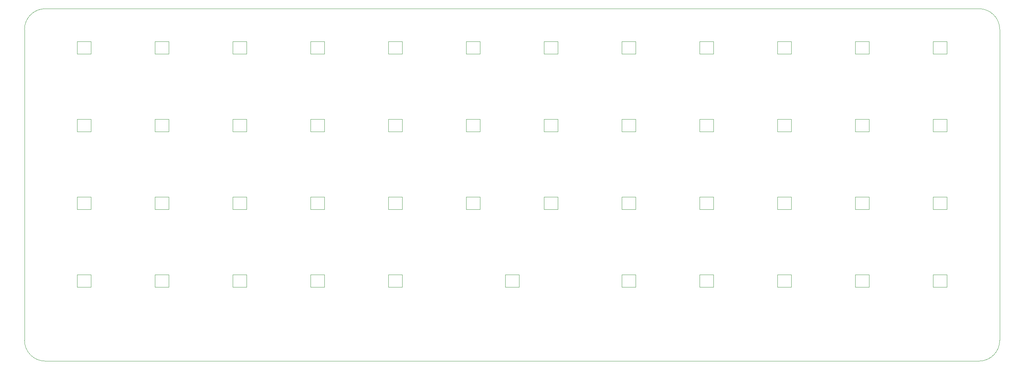
<source format=gbr>
%TF.GenerationSoftware,KiCad,Pcbnew,(5.1.10)-1*%
%TF.CreationDate,2021-09-28T16:44:32-06:00*%
%TF.ProjectId,MX47,4d583437-2e6b-4696-9361-645f70636258,rev?*%
%TF.SameCoordinates,Original*%
%TF.FileFunction,Profile,NP*%
%FSLAX46Y46*%
G04 Gerber Fmt 4.6, Leading zero omitted, Abs format (unit mm)*
G04 Created by KiCad (PCBNEW (5.1.10)-1) date 2021-09-28 16:44:32*
%MOMM*%
%LPD*%
G01*
G04 APERTURE LIST*
%TA.AperFunction,Profile*%
%ADD10C,0.050000*%
%TD*%
G04 APERTURE END LIST*
D10*
X46355000Y-50165000D02*
G75*
G02*
X51435000Y-45085000I5080000J0D01*
G01*
X280035000Y-45085000D02*
G75*
G02*
X285115000Y-50165000I0J-5080000D01*
G01*
X285115000Y-126365000D02*
G75*
G02*
X280035000Y-131445000I-5080000J0D01*
G01*
X51435000Y-131445000D02*
G75*
G02*
X46355000Y-126365000I0J5080000D01*
G01*
X46355000Y-50165000D02*
X46355000Y-126365000D01*
X280035000Y-45085000D02*
X51435000Y-45085000D01*
X285115000Y-126365000D02*
X285115000Y-50165000D01*
X51435000Y-131445000D02*
X280035000Y-131445000D01*
%TO.C,U42*%
X167435000Y-113290000D02*
X164035000Y-113290000D01*
X164035000Y-113290000D02*
X164035000Y-110290000D01*
X164035000Y-110290000D02*
X167435000Y-110290000D01*
X167435000Y-110290000D02*
X167435000Y-113290000D01*
%TO.C,U47*%
X272210000Y-113290000D02*
X268810000Y-113290000D01*
X268810000Y-113290000D02*
X268810000Y-110290000D01*
X268810000Y-110290000D02*
X272210000Y-110290000D01*
X272210000Y-110290000D02*
X272210000Y-113290000D01*
%TO.C,U46*%
X253160000Y-113290000D02*
X249760000Y-113290000D01*
X249760000Y-113290000D02*
X249760000Y-110290000D01*
X249760000Y-110290000D02*
X253160000Y-110290000D01*
X253160000Y-110290000D02*
X253160000Y-113290000D01*
%TO.C,U45*%
X234110000Y-113290000D02*
X230710000Y-113290000D01*
X230710000Y-113290000D02*
X230710000Y-110290000D01*
X230710000Y-110290000D02*
X234110000Y-110290000D01*
X234110000Y-110290000D02*
X234110000Y-113290000D01*
%TO.C,U44*%
X215060000Y-113290000D02*
X211660000Y-113290000D01*
X211660000Y-113290000D02*
X211660000Y-110290000D01*
X211660000Y-110290000D02*
X215060000Y-110290000D01*
X215060000Y-110290000D02*
X215060000Y-113290000D01*
%TO.C,U43*%
X196010000Y-113290000D02*
X192610000Y-113290000D01*
X192610000Y-113290000D02*
X192610000Y-110290000D01*
X192610000Y-110290000D02*
X196010000Y-110290000D01*
X196010000Y-110290000D02*
X196010000Y-113290000D01*
%TO.C,U41*%
X138860000Y-113290000D02*
X135460000Y-113290000D01*
X135460000Y-113290000D02*
X135460000Y-110290000D01*
X135460000Y-110290000D02*
X138860000Y-110290000D01*
X138860000Y-110290000D02*
X138860000Y-113290000D01*
%TO.C,U40*%
X119810000Y-113290000D02*
X116410000Y-113290000D01*
X116410000Y-113290000D02*
X116410000Y-110290000D01*
X116410000Y-110290000D02*
X119810000Y-110290000D01*
X119810000Y-110290000D02*
X119810000Y-113290000D01*
%TO.C,U39*%
X100760000Y-113290000D02*
X97360000Y-113290000D01*
X97360000Y-113290000D02*
X97360000Y-110290000D01*
X97360000Y-110290000D02*
X100760000Y-110290000D01*
X100760000Y-110290000D02*
X100760000Y-113290000D01*
%TO.C,U38*%
X81710000Y-113290000D02*
X78310000Y-113290000D01*
X78310000Y-113290000D02*
X78310000Y-110290000D01*
X78310000Y-110290000D02*
X81710000Y-110290000D01*
X81710000Y-110290000D02*
X81710000Y-113290000D01*
%TO.C,U37*%
X62660000Y-113290000D02*
X59260000Y-113290000D01*
X59260000Y-113290000D02*
X59260000Y-110290000D01*
X59260000Y-110290000D02*
X62660000Y-110290000D01*
X62660000Y-110290000D02*
X62660000Y-113290000D01*
%TO.C,U36*%
X272210000Y-94240000D02*
X268810000Y-94240000D01*
X268810000Y-94240000D02*
X268810000Y-91240000D01*
X268810000Y-91240000D02*
X272210000Y-91240000D01*
X272210000Y-91240000D02*
X272210000Y-94240000D01*
%TO.C,U35*%
X253160000Y-94240000D02*
X249760000Y-94240000D01*
X249760000Y-94240000D02*
X249760000Y-91240000D01*
X249760000Y-91240000D02*
X253160000Y-91240000D01*
X253160000Y-91240000D02*
X253160000Y-94240000D01*
%TO.C,U34*%
X234110000Y-94240000D02*
X230710000Y-94240000D01*
X230710000Y-94240000D02*
X230710000Y-91240000D01*
X230710000Y-91240000D02*
X234110000Y-91240000D01*
X234110000Y-91240000D02*
X234110000Y-94240000D01*
%TO.C,U33*%
X215060000Y-94240000D02*
X211660000Y-94240000D01*
X211660000Y-94240000D02*
X211660000Y-91240000D01*
X211660000Y-91240000D02*
X215060000Y-91240000D01*
X215060000Y-91240000D02*
X215060000Y-94240000D01*
%TO.C,U32*%
X196010000Y-94240000D02*
X192610000Y-94240000D01*
X192610000Y-94240000D02*
X192610000Y-91240000D01*
X192610000Y-91240000D02*
X196010000Y-91240000D01*
X196010000Y-91240000D02*
X196010000Y-94240000D01*
%TO.C,U31*%
X176960000Y-94240000D02*
X173560000Y-94240000D01*
X173560000Y-94240000D02*
X173560000Y-91240000D01*
X173560000Y-91240000D02*
X176960000Y-91240000D01*
X176960000Y-91240000D02*
X176960000Y-94240000D01*
%TO.C,U30*%
X157910000Y-94240000D02*
X154510000Y-94240000D01*
X154510000Y-94240000D02*
X154510000Y-91240000D01*
X154510000Y-91240000D02*
X157910000Y-91240000D01*
X157910000Y-91240000D02*
X157910000Y-94240000D01*
%TO.C,U29*%
X138860000Y-94240000D02*
X135460000Y-94240000D01*
X135460000Y-94240000D02*
X135460000Y-91240000D01*
X135460000Y-91240000D02*
X138860000Y-91240000D01*
X138860000Y-91240000D02*
X138860000Y-94240000D01*
%TO.C,U28*%
X119810000Y-94240000D02*
X116410000Y-94240000D01*
X116410000Y-94240000D02*
X116410000Y-91240000D01*
X116410000Y-91240000D02*
X119810000Y-91240000D01*
X119810000Y-91240000D02*
X119810000Y-94240000D01*
%TO.C,U27*%
X100760000Y-94240000D02*
X97360000Y-94240000D01*
X97360000Y-94240000D02*
X97360000Y-91240000D01*
X97360000Y-91240000D02*
X100760000Y-91240000D01*
X100760000Y-91240000D02*
X100760000Y-94240000D01*
%TO.C,U26*%
X81710000Y-94240000D02*
X78310000Y-94240000D01*
X78310000Y-94240000D02*
X78310000Y-91240000D01*
X78310000Y-91240000D02*
X81710000Y-91240000D01*
X81710000Y-91240000D02*
X81710000Y-94240000D01*
%TO.C,U25*%
X62660000Y-94240000D02*
X59260000Y-94240000D01*
X59260000Y-94240000D02*
X59260000Y-91240000D01*
X59260000Y-91240000D02*
X62660000Y-91240000D01*
X62660000Y-91240000D02*
X62660000Y-94240000D01*
%TO.C,U24*%
X272210000Y-75190000D02*
X268810000Y-75190000D01*
X268810000Y-75190000D02*
X268810000Y-72190000D01*
X268810000Y-72190000D02*
X272210000Y-72190000D01*
X272210000Y-72190000D02*
X272210000Y-75190000D01*
%TO.C,U23*%
X253160000Y-75190000D02*
X249760000Y-75190000D01*
X249760000Y-75190000D02*
X249760000Y-72190000D01*
X249760000Y-72190000D02*
X253160000Y-72190000D01*
X253160000Y-72190000D02*
X253160000Y-75190000D01*
%TO.C,U22*%
X234110000Y-75190000D02*
X230710000Y-75190000D01*
X230710000Y-75190000D02*
X230710000Y-72190000D01*
X230710000Y-72190000D02*
X234110000Y-72190000D01*
X234110000Y-72190000D02*
X234110000Y-75190000D01*
%TO.C,U21*%
X215060000Y-75190000D02*
X211660000Y-75190000D01*
X211660000Y-75190000D02*
X211660000Y-72190000D01*
X211660000Y-72190000D02*
X215060000Y-72190000D01*
X215060000Y-72190000D02*
X215060000Y-75190000D01*
%TO.C,U20*%
X196010000Y-75190000D02*
X192610000Y-75190000D01*
X192610000Y-75190000D02*
X192610000Y-72190000D01*
X192610000Y-72190000D02*
X196010000Y-72190000D01*
X196010000Y-72190000D02*
X196010000Y-75190000D01*
%TO.C,U19*%
X176960000Y-75190000D02*
X173560000Y-75190000D01*
X173560000Y-75190000D02*
X173560000Y-72190000D01*
X173560000Y-72190000D02*
X176960000Y-72190000D01*
X176960000Y-72190000D02*
X176960000Y-75190000D01*
%TO.C,U18*%
X157910000Y-75190000D02*
X154510000Y-75190000D01*
X154510000Y-75190000D02*
X154510000Y-72190000D01*
X154510000Y-72190000D02*
X157910000Y-72190000D01*
X157910000Y-72190000D02*
X157910000Y-75190000D01*
%TO.C,U17*%
X138860000Y-75190000D02*
X135460000Y-75190000D01*
X135460000Y-75190000D02*
X135460000Y-72190000D01*
X135460000Y-72190000D02*
X138860000Y-72190000D01*
X138860000Y-72190000D02*
X138860000Y-75190000D01*
%TO.C,U16*%
X119810000Y-75190000D02*
X116410000Y-75190000D01*
X116410000Y-75190000D02*
X116410000Y-72190000D01*
X116410000Y-72190000D02*
X119810000Y-72190000D01*
X119810000Y-72190000D02*
X119810000Y-75190000D01*
%TO.C,U15*%
X100760000Y-75190000D02*
X97360000Y-75190000D01*
X97360000Y-75190000D02*
X97360000Y-72190000D01*
X97360000Y-72190000D02*
X100760000Y-72190000D01*
X100760000Y-72190000D02*
X100760000Y-75190000D01*
%TO.C,U14*%
X81710000Y-75190000D02*
X78310000Y-75190000D01*
X78310000Y-75190000D02*
X78310000Y-72190000D01*
X78310000Y-72190000D02*
X81710000Y-72190000D01*
X81710000Y-72190000D02*
X81710000Y-75190000D01*
%TO.C,U13*%
X62660000Y-75190000D02*
X59260000Y-75190000D01*
X59260000Y-75190000D02*
X59260000Y-72190000D01*
X59260000Y-72190000D02*
X62660000Y-72190000D01*
X62660000Y-72190000D02*
X62660000Y-75190000D01*
%TO.C,U12*%
X272210000Y-56140000D02*
X268810000Y-56140000D01*
X268810000Y-56140000D02*
X268810000Y-53140000D01*
X268810000Y-53140000D02*
X272210000Y-53140000D01*
X272210000Y-53140000D02*
X272210000Y-56140000D01*
%TO.C,U11*%
X253160000Y-56140000D02*
X249760000Y-56140000D01*
X249760000Y-56140000D02*
X249760000Y-53140000D01*
X249760000Y-53140000D02*
X253160000Y-53140000D01*
X253160000Y-53140000D02*
X253160000Y-56140000D01*
%TO.C,U10*%
X234110000Y-56140000D02*
X230710000Y-56140000D01*
X230710000Y-56140000D02*
X230710000Y-53140000D01*
X230710000Y-53140000D02*
X234110000Y-53140000D01*
X234110000Y-53140000D02*
X234110000Y-56140000D01*
%TO.C,U9*%
X215060000Y-56140000D02*
X211660000Y-56140000D01*
X211660000Y-56140000D02*
X211660000Y-53140000D01*
X211660000Y-53140000D02*
X215060000Y-53140000D01*
X215060000Y-53140000D02*
X215060000Y-56140000D01*
%TO.C,U8*%
X196010000Y-56140000D02*
X192610000Y-56140000D01*
X192610000Y-56140000D02*
X192610000Y-53140000D01*
X192610000Y-53140000D02*
X196010000Y-53140000D01*
X196010000Y-53140000D02*
X196010000Y-56140000D01*
%TO.C,U7*%
X176960000Y-56140000D02*
X173560000Y-56140000D01*
X173560000Y-56140000D02*
X173560000Y-53140000D01*
X173560000Y-53140000D02*
X176960000Y-53140000D01*
X176960000Y-53140000D02*
X176960000Y-56140000D01*
%TO.C,U6*%
X157910000Y-56140000D02*
X154510000Y-56140000D01*
X154510000Y-56140000D02*
X154510000Y-53140000D01*
X154510000Y-53140000D02*
X157910000Y-53140000D01*
X157910000Y-53140000D02*
X157910000Y-56140000D01*
%TO.C,U5*%
X138860000Y-56140000D02*
X135460000Y-56140000D01*
X135460000Y-56140000D02*
X135460000Y-53140000D01*
X135460000Y-53140000D02*
X138860000Y-53140000D01*
X138860000Y-53140000D02*
X138860000Y-56140000D01*
%TO.C,U4*%
X119810000Y-56140000D02*
X116410000Y-56140000D01*
X116410000Y-56140000D02*
X116410000Y-53140000D01*
X116410000Y-53140000D02*
X119810000Y-53140000D01*
X119810000Y-53140000D02*
X119810000Y-56140000D01*
%TO.C,U3*%
X100760000Y-56140000D02*
X97360000Y-56140000D01*
X97360000Y-56140000D02*
X97360000Y-53140000D01*
X97360000Y-53140000D02*
X100760000Y-53140000D01*
X100760000Y-53140000D02*
X100760000Y-56140000D01*
%TO.C,U2*%
X81710000Y-56140000D02*
X78310000Y-56140000D01*
X78310000Y-56140000D02*
X78310000Y-53140000D01*
X78310000Y-53140000D02*
X81710000Y-53140000D01*
X81710000Y-53140000D02*
X81710000Y-56140000D01*
%TO.C,U1*%
X62660000Y-56140000D02*
X59260000Y-56140000D01*
X59260000Y-56140000D02*
X59260000Y-53140000D01*
X59260000Y-53140000D02*
X62660000Y-53140000D01*
X62660000Y-53140000D02*
X62660000Y-56140000D01*
%TD*%
M02*

</source>
